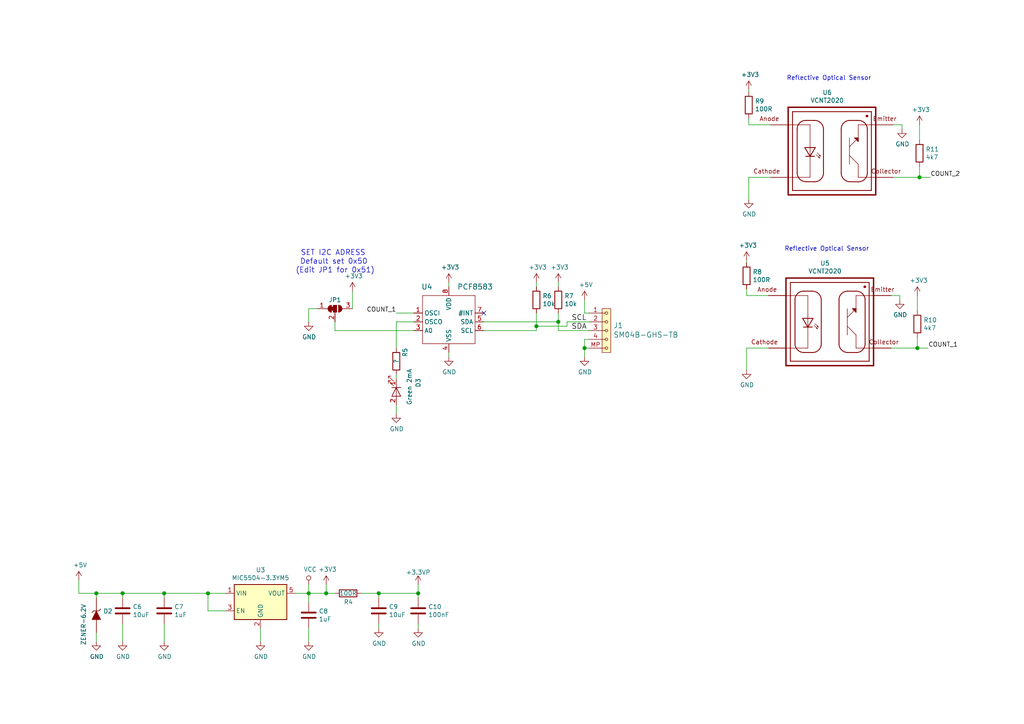
<source format=kicad_sch>
(kicad_sch (version 20210406) (generator eeschema)
  (paper "A4")
  (lib_symbols
    (symbol "DATALOGGER01A-rescue:LED-device" (pin_names (offset 1.016) hide)
      (property "Reference" "D" (at 0 2.54 0))
      (property "Value" "LED-device" (at 0 -2.54 0))
      (symbol "LED-device_0_1"
        (polyline (pts (xy -1.27 -1.27) (xy -1.27 1.27)) (stroke (width 0.2032)))
        (polyline (pts (xy -1.27 0) (xy 1.27 0)))
        (polyline (pts (xy 1.27 -1.27) (xy 1.27 1.27) (xy -1.27 0) (xy 1.27 -1.27)) (stroke (width 0.2032)))
        (polyline (pts (xy -3.048 -0.762) (xy -4.572 -2.286) (xy -3.81 -2.286) (xy -4.572 -2.286) (xy -4.572 -1.524)))
        (polyline (pts (xy -1.778 -0.762) (xy -3.302 -2.286) (xy -2.54 -2.286) (xy -3.302 -2.286) (xy -3.302 -1.524)))
      )
      (symbol "LED-device_1_1"
        (pin passive line (at -3.81 0 0) (length 2.54) (name "K") (number "1"))
        (pin passive line (at 3.81 0 180) (length 2.54) (name "A") (number "2"))
      )
    )
    (symbol "DATALOGGER01A-rescue:R-device" (pin_numbers hide) (pin_names (offset 0))
      (property "Reference" "R" (at 2.032 0 90))
      (property "Value" "R-device" (at 0 0 90))
      (symbol "R-device_0_1"
        (rectangle (start -1.016 -2.54) (end 1.016 2.54) (stroke (width 0.254)))
      )
      (symbol "R-device_1_1"
        (pin passive line (at 0 3.81 270) (length 1.27) (name "~") (number "1"))
        (pin passive line (at 0 -3.81 90) (length 1.27) (name "~") (number "2"))
      )
    )
    (symbol "Device:C" (pin_numbers hide) (pin_names (offset 0.254))
      (property "Reference" "C" (at 0.635 2.54 0))
      (property "Value" "C" (at 0.635 -2.54 0))
      (symbol "C_0_1"
        (polyline (pts (xy -2.032 -0.762) (xy 2.032 -0.762)) (stroke (width 0.508)))
        (polyline (pts (xy -2.032 0.762) (xy 2.032 0.762)) (stroke (width 0.508)))
      )
      (symbol "C_1_1"
        (pin passive line (at 0 3.81 270) (length 2.794) (name "~") (number "1"))
        (pin passive line (at 0 -3.81 90) (length 2.794) (name "~") (number "2"))
      )
    )
    (symbol "Device:R" (pin_numbers hide) (pin_names (offset 0))
      (property "Reference" "R" (at 2.032 0 90))
      (property "Value" "R" (at 0 0 90))
      (symbol "R_0_1"
        (rectangle (start -1.016 -2.54) (end 1.016 2.54) (stroke (width 0.254)))
      )
      (symbol "R_1_1"
        (pin passive line (at 0 3.81 270) (length 1.27) (name "~") (number "1"))
        (pin passive line (at 0 -3.81 90) (length 1.27) (name "~") (number "2"))
      )
    )
    (symbol "Jumper:SolderJumper_3_Bridged12" (pin_names (offset 0) hide)
      (property "Reference" "JP" (at -2.54 -2.54 0))
      (property "Value" "SolderJumper_3_Bridged12" (at 0 2.794 0))
      (symbol "SolderJumper_3_Bridged12_0_1"
        (arc (start -1.016 1.016) (end -1.016 -1.016) (radius (at -1.016 0) (length 1.016) (angles 90.1 -90.1)))
        (arc (start 1.016 -1.016) (end 1.016 1.016) (radius (at 1.016 0) (length 1.016) (angles -89.9 89.9)))
        (arc (start -1.016 1.016) (end -1.016 -1.016) (radius (at -1.016 0) (length 1.016) (angles 90.1 -90.1)) (fill (type outline)))
        (arc (start 1.016 -1.016) (end 1.016 1.016) (radius (at 1.016 0) (length 1.016) (angles -89.9 89.9)) (fill (type outline)))
        (rectangle (start -1.016 0.508) (end -0.508 -0.508) (fill (type outline)))
        (rectangle (start -0.508 1.016) (end 0.508 -1.016) (fill (type outline)))
        (polyline (pts (xy -2.54 0) (xy -2.032 0)))
        (polyline (pts (xy -1.016 1.016) (xy -1.016 -1.016)))
        (polyline (pts (xy 0 -1.27) (xy 0 -1.016)))
        (polyline (pts (xy 1.016 1.016) (xy 1.016 -1.016)))
        (polyline (pts (xy 2.54 0) (xy 2.032 0)))
      )
      (symbol "SolderJumper_3_Bridged12_1_1"
        (pin passive line (at -5.08 0 0) (length 2.54) (name "A") (number "1"))
        (pin input line (at 0 -3.81 90) (length 2.54) (name "C") (number "2"))
        (pin passive line (at 5.08 0 180) (length 2.54) (name "B") (number "3"))
      )
    )
    (symbol "MLAB_CONNECTORS_JST:SM04B-GHS-TB" (pin_names (offset 1.016))
      (property "Reference" "J" (at 0 -7.62 0))
      (property "Value" "SM04B-GHS-TB" (at 0 7.62 0))
      (symbol "SM04B-GHS-TB_0_1"
        (circle (center 0 -5.08) (radius 0.381))
        (circle (center 0 -2.54) (radius 0.381))
        (circle (center 0 0) (radius 0.381))
        (circle (center 0 2.54) (radius 0.381))
        (circle (center 0 5.08) (radius 0.381))
        (rectangle (start -1.27 6.35) (end 1.27 -6.35) (fill (type background)))
        (polyline (pts (xy -1.27 -5.08) (xy -0.381 -5.08)))
        (polyline (pts (xy -1.27 -2.54) (xy -0.381 -2.54)))
        (polyline (pts (xy -1.27 0) (xy -0.381 0)))
        (polyline (pts (xy -1.27 2.54) (xy -0.381 2.54)))
        (polyline (pts (xy -1.27 5.08) (xy -0.381 5.08)))
      )
      (symbol "SM04B-GHS-TB_1_1"
        (pin input line (at -5.08 5.08 0) (length 3.81) (name "~") (number "1"))
        (pin input line (at -5.08 2.54 0) (length 3.81) (name "~") (number "2"))
        (pin input line (at -5.08 0 0) (length 3.81) (name "~") (number "3"))
        (pin input line (at -5.08 -2.54 0) (length 3.81) (name "~") (number "4"))
        (pin input line (at -5.08 -5.08 0) (length 3.81) (name "~") (number "MP"))
      )
    )
    (symbol "MLAB_D:D_ZENER" (pin_numbers hide) (pin_names (offset 1.016) hide)
      (property "Reference" "D" (at 0 2.54 0))
      (property "Value" "D_ZENER" (at 0 -2.54 0))
      (symbol "D_ZENER_0_1"
        (polyline (pts (xy -1.778 1.27) (xy -1.27 0.762) (xy -1.27 -0.762) (xy -0.762 -1.27) (xy -0.762 -1.27)) (stroke (width 0.2032)))
        (polyline (pts (xy -1.27 0) (xy 1.27 1.27) (xy 1.27 -1.27) (xy -1.27 0) (xy -1.27 0)) (fill (type outline)))
      )
      (symbol "D_ZENER_1_1"
        (pin passive line (at -5.08 0 0) (length 3.81) (name "K") (number "1"))
        (pin passive line (at 5.08 0 180) (length 3.81) (name "A") (number "2"))
      )
    )
    (symbol "MLAB_IO:PCF8583"
      (property "Reference" "U" (at -5.08 10.16 0))
      (property "Value" "PCF8583" (at 7.62 10.16 0))
      (symbol "PCF8583_0_1"
        (rectangle (start -7.62 8.89) (end 7.62 -5.08))
      )
      (symbol "PCF8583_1_1"
        (pin input line (at -10.16 3.81 0) (length 2.54) (name "OSCI") (number "1"))
        (pin output line (at -10.16 1.27 0) (length 2.54) (name "OSCO") (number "2"))
        (pin input line (at -10.16 -1.27 0) (length 2.54) (name "A0") (number "3"))
        (pin power_in line (at 0 -7.62 90) (length 2.54) (name "VSS") (number "4"))
        (pin bidirectional line (at 10.16 1.27 180) (length 2.54) (name "SDA") (number "5"))
        (pin input line (at 10.16 -1.27 180) (length 2.54) (name "SCL") (number "6"))
        (pin output line (at 10.16 3.81 180) (length 2.54) (name "#INT") (number "7"))
        (pin power_in line (at 0 11.43 270) (length 2.54) (name "VDD") (number "8"))
      )
    )
    (symbol "MLAB_IO:VCNT2020" (pin_numbers hide) (pin_names (offset 1.016) hide)
      (property "Reference" "U" (at -12.7 13.462 0))
      (property "Value" "VCNT2020" (at -12.7 -15.24 0))
      (symbol "VCNT2020_0_0"
        (arc (start -10.2616 6.35) (end -7.6454 8.89) (radius (at -7.6962 6.3246) (length 2.5654) (angles 179 89)) (stroke (width 0.254)))
        (arc (start -7.6454 -8.9154) (end -10.2616 -6.35) (radius (at -7.6708 -6.3246) (length 2.5908) (angles -90 180)) (stroke (width 0.254)))
        (arc (start -2.6924 -6.3754) (end -5.2324 -8.89) (radius (at -5.207 -6.3754) (length 2.5146) (angles 0 -90)) (stroke (width 0.254)))
        (arc (start -5.0292 8.89) (end -2.6924 6.3246) (radius (at -5.1562 6.4262) (length 2.4638) (angles 87 -3)) (stroke (width 0.254)))
        (arc (start 4.9022 -8.89) (end 2.4638 -6.3246) (radius (at 4.9784 -6.3754) (length 2.5146) (angles -92 178)) (stroke (width 0.254)))
        (arc (start 2.4638 6.3754) (end 5.08 8.89) (radius (at 5.0292 6.3246) (length 2.5654) (angles 179 89)) (stroke (width 0.254)))
        (arc (start 10.0838 -6.2738) (end 7.5438 -8.89) (radius (at 7.5184 -6.3246) (length 2.5654) (angles 1 -89)) (stroke (width 0.254)))
        (arc (start 7.62 8.89) (end 10.0838 6.4262) (radius (at 7.62 6.4262) (length 2.4638) (angles 90 0)) (stroke (width 0.254)))
        (circle (center -10.16 10.16) (radius 0.127) (stroke (width 0.254)))
        (circle (center -10.16 10.16) (radius 0.254) (stroke (width 0.254)))
        (text "Anode" (at 15.24 8.636 0) (effects (font (size 1.27 1.27)) (justify left bottom)))
        (text "Cathode" (at 14.986 -6.604 0) (effects (font (size 1.27 1.27)) (justify left bottom)))
        (text "Collector" (at -20.066 -6.604 0) (effects (font (size 1.27 1.27)) (justify left bottom)))
        (text "Emitter" (at -18.796 8.636 0) (effects (font (size 1.27 1.27)) (justify left bottom)))
        (polyline (pts (xy -12.7 -12.7) (xy -12.7 -7.62)) (stroke (width 0.4064)))
        (polyline (pts (xy -12.7 -7.62) (xy -12.7 7.62)) (stroke (width 0.4064)))
        (polyline (pts (xy -12.7 -7.62) (xy -11.43 -7.62)) (stroke (width 0.1524)))
        (polyline (pts (xy -12.7 7.62) (xy -12.7 12.7)) (stroke (width 0.4064)))
        (polyline (pts (xy -12.7 7.62) (xy -11.43 7.62)) (stroke (width 0.1524)))
        (polyline (pts (xy -12.7 12.7) (xy 12.7 12.7)) (stroke (width 0.4064)))
        (polyline (pts (xy -11.43 -11.43) (xy 11.43 -11.43)) (stroke (width 0.254)))
        (polyline (pts (xy -11.43 -7.62) (xy -11.43 -11.43)) (stroke (width 0.254)))
        (polyline (pts (xy -11.43 -7.62) (xy -7.62 -7.62)) (stroke (width 0.1524)))
        (polyline (pts (xy -11.43 7.62) (xy -11.43 -7.62)) (stroke (width 0.254)))
        (polyline (pts (xy -11.43 7.62) (xy -7.62 7.62)) (stroke (width 0.1524)))
        (polyline (pts (xy -11.43 11.43) (xy -11.43 7.62)) (stroke (width 0.254)))
        (polyline (pts (xy -10.2616 -6.35) (xy -10.2616 6.35)) (stroke (width 0.254)))
        (polyline (pts (xy -7.6454 8.89) (xy -5.0292 8.89)) (stroke (width 0.254)))
        (polyline (pts (xy -7.62 -7.62) (xy -7.62 -3.81)) (stroke (width 0.1524)))
        (polyline (pts (xy -7.62 2.794) (xy -7.62 3.048)) (stroke (width 0.254)))
        (polyline (pts (xy -7.62 3.048) (xy -7.366 3.302)) (stroke (width 0.254)))
        (polyline (pts (xy -7.62 3.81) (xy -7.62 3.048)) (stroke (width 0.254)))
        (polyline (pts (xy -7.62 3.81) (xy -5.08 1.27)) (stroke (width 0.1524)))
        (polyline (pts (xy -7.62 7.62) (xy -7.62 3.81)) (stroke (width 0.1524)))
        (polyline (pts (xy -7.366 3.302) (xy -7.366 3.556)) (stroke (width 0.254)))
        (polyline (pts (xy -7.366 3.302) (xy -7.112 3.556)) (stroke (width 0.254)))
        (polyline (pts (xy -7.366 3.556) (xy -7.112 3.556)) (stroke (width 0.254)))
        (polyline (pts (xy -7.366 3.81) (xy -7.366 3.556)) (stroke (width 0.1524)))
        (polyline (pts (xy -7.112 3.556) (xy -6.858 3.81)) (stroke (width 0.254)))
        (polyline (pts (xy -7.112 3.81) (xy -7.62 3.81)) (stroke (width 0.254)))
        (polyline (pts (xy -7.112 3.81) (xy -7.366 3.81)) (stroke (width 0.1524)))
        (polyline (pts (xy -6.858 3.81) (xy -7.112 3.81)) (stroke (width 0.254)))
        (polyline (pts (xy -6.858 3.81) (xy -6.604 3.81)) (stroke (width 0.254)))
        (polyline (pts (xy -6.604 3.81) (xy -7.62 2.794)) (stroke (width 0.254)))
        (polyline (pts (xy -5.2324 -8.89) (xy -7.6454 -8.9154)) (stroke (width 0.254)))
        (polyline (pts (xy -5.08 -3.81) (xy -5.08 -1.27)) (stroke (width 0.1524)))
        (polyline (pts (xy -5.08 -1.27) (xy -7.62 -3.81)) (stroke (width 0.1524)))
        (polyline (pts (xy -5.08 1.27) (xy -5.08 -1.27)) (stroke (width 0.1524)))
        (polyline (pts (xy -5.08 1.27) (xy -5.08 3.81)) (stroke (width 0.1524)))
        (polyline (pts (xy -2.6924 6.3246) (xy -2.6924 -6.3754)) (stroke (width 0.254)))
        (polyline (pts (xy 2.4638 -6.3246) (xy 2.4638 6.3754)) (stroke (width 0.254)))
        (polyline (pts (xy 3.302 -1.524) (xy 3.4544 -1.1684)) (stroke (width 0.127)))
        (polyline (pts (xy 3.4544 -1.1684) (xy 3.683 -1.3716)) (stroke (width 0.127)))
        (polyline (pts (xy 3.556 -2.032) (xy 3.7084 -1.6764)) (stroke (width 0.127)))
        (polyline (pts (xy 3.683 -1.3716) (xy 3.302 -1.524)) (stroke (width 0.127)))
        (polyline (pts (xy 3.7084 -1.6764) (xy 3.937 -1.8796)) (stroke (width 0.127)))
        (polyline (pts (xy 3.937 -1.8796) (xy 3.556 -2.032)) (stroke (width 0.127)))
        (polyline (pts (xy 4.318 -0.508) (xy 3.302 -1.524)) (stroke (width 0.127)))
        (polyline (pts (xy 4.572 -1.016) (xy 3.556 -2.032)) (stroke (width 0.127)))
        (polyline (pts (xy 4.826 1.016) (xy 6.35 -1.524)) (stroke (width 0.254)))
        (polyline (pts (xy 5.08 8.89) (xy 7.62 8.89)) (stroke (width 0.254)))
        (polyline (pts (xy 6.35 -7.62) (xy 11.43 -7.62)) (stroke (width 0.1524)))
        (polyline (pts (xy 6.35 -1.524) (xy 5.08 -1.524)) (stroke (width 0.254)))
        (polyline (pts (xy 6.35 -1.524) (xy 7.62 -1.524)) (stroke (width 0.254)))
        (polyline (pts (xy 6.35 -1.524) (xy 7.874 1.016)) (stroke (width 0.254)))
        (polyline (pts (xy 6.35 7.62) (xy 6.35 -7.62)) (stroke (width 0.1524)))
        (polyline (pts (xy 7.5438 -8.89) (xy 4.9022 -8.89)) (stroke (width 0.254)))
        (polyline (pts (xy 7.874 1.016) (xy 4.826 1.016)) (stroke (width 0.254)))
        (polyline (pts (xy 10.0838 6.4262) (xy 10.0838 -6.2738)) (stroke (width 0.254)))
        (polyline (pts (xy 11.43 -11.43) (xy 11.43 -7.62)) (stroke (width 0.254)))
        (polyline (pts (xy 11.43 -7.62) (xy 11.43 7.62)) (stroke (width 0.254)))
        (polyline (pts (xy 11.43 -7.62) (xy 12.7 -7.62)) (stroke (width 0.1524)))
        (polyline (pts (xy 11.43 7.62) (xy 6.35 7.62)) (stroke (width 0.1524)))
        (polyline (pts (xy 11.43 7.62) (xy 11.43 11.43)) (stroke (width 0.254)))
        (polyline (pts (xy 11.43 7.62) (xy 12.7 7.62)) (stroke (width 0.1524)))
        (polyline (pts (xy 11.43 11.43) (xy -11.43 11.43)) (stroke (width 0.254)))
        (polyline (pts (xy 12.7 -12.7) (xy -12.7 -12.7)) (stroke (width 0.4064)))
        (polyline (pts (xy 12.7 -7.62) (xy 12.7 -12.7)) (stroke (width 0.4064)))
        (polyline (pts (xy 12.7 7.62) (xy 12.7 -7.62)) (stroke (width 0.4064)))
        (polyline (pts (xy 12.7 12.7) (xy 12.7 7.62)) (stroke (width 0.4064)))
        (pin passive line (at -17.78 7.62 0) (length 5.08) (name "~") (number "1"))
        (pin passive line (at -17.78 -7.62 0) (length 5.08) (name "~") (number "2"))
        (pin passive line (at 17.78 7.62 180) (length 5.08) (name "~") (number "3"))
        (pin passive line (at 17.78 -7.62 180) (length 5.08) (name "~") (number "4"))
      )
    )
    (symbol "Regulator_Linear:MIC5504-3.3YM5"
      (property "Reference" "U" (at -7.62 8.89 0))
      (property "Value" "MIC5504-3.3YM5" (at -7.62 6.35 0))
      (symbol "MIC5504-3.3YM5_0_1"
        (rectangle (start -7.62 -5.08) (end 7.62 5.08) (stroke (width 0.254)) (fill (type background)))
      )
      (symbol "MIC5504-3.3YM5_1_1"
        (pin power_in line (at -10.16 2.54 0) (length 2.54) (name "VIN") (number "1"))
        (pin power_in line (at 0 -7.62 90) (length 2.54) (name "GND") (number "2"))
        (pin input line (at -10.16 -2.54 0) (length 2.54) (name "EN") (number "3"))
        (pin no_connect line (at 7.62 -2.54 180) (length 2.54) hide (name "NC") (number "4"))
        (pin power_out line (at 10.16 2.54 180) (length 2.54) (name "VOUT") (number "5"))
      )
    )
    (symbol "SPACEDOS01A_PCB01A-rescue:C-device-DATALOGGER01A-rescue-CCP2019V01A-rescue" (pin_numbers hide) (pin_names (offset 0.254))
      (property "Reference" "C" (at 0.635 2.54 0))
      (property "Value" "C-device-DATALOGGER01A-rescue-CCP2019V01A-rescue" (at 0.635 -2.54 0))
      (symbol "C-device-DATALOGGER01A-rescue-CCP2019V01A-rescue_0_1"
        (polyline (pts (xy -2.032 -0.762) (xy 2.032 -0.762)) (stroke (width 0.508)))
        (polyline (pts (xy -2.032 0.762) (xy 2.032 0.762)) (stroke (width 0.508)))
      )
      (symbol "C-device-DATALOGGER01A-rescue-CCP2019V01A-rescue_1_1"
        (pin passive line (at 0 3.81 270) (length 2.794) (name "~") (number "1"))
        (pin passive line (at 0 -3.81 90) (length 2.794) (name "~") (number "2"))
      )
    )
    (symbol "power:+3.3VP" (power) (pin_names (offset 0))
      (property "Value" "+3.3VP" (at 0 2.54 0))
      (symbol "+3.3VP_0_0"
        (pin power_in line (at 0 0 90) (length 0) hide (name "+3.3VP") (number "1"))
      )
      (symbol "+3.3VP_0_1"
        (polyline (pts (xy -0.762 1.27) (xy 0 2.54)))
        (polyline (pts (xy 0 0) (xy 0 2.54)))
        (polyline (pts (xy 0 2.54) (xy 0.762 1.27)))
      )
    )
    (symbol "power:+3V3" (power) (pin_names (offset 0))
      (property "Value" "+3V3" (at 0 3.556 0))
      (symbol "+3V3_0_1"
        (polyline (pts (xy -0.762 1.27) (xy 0 2.54)))
        (polyline (pts (xy 0 0) (xy 0 2.54)))
        (polyline (pts (xy 0 2.54) (xy 0.762 1.27)))
      )
      (symbol "+3V3_1_1"
        (pin power_in line (at 0 0 90) (length 0) hide (name "+3V3") (number "1"))
      )
    )
    (symbol "power:+5V" (power) (pin_names (offset 0))
      (property "Value" "+5V" (at 0 3.556 0))
      (symbol "+5V_0_1"
        (polyline (pts (xy -0.762 1.27) (xy 0 2.54)))
        (polyline (pts (xy 0 0) (xy 0 2.54)))
        (polyline (pts (xy 0 2.54) (xy 0.762 1.27)))
      )
      (symbol "+5V_1_1"
        (pin power_in line (at 0 0 90) (length 0) hide (name "+5V") (number "1"))
      )
    )
    (symbol "power:GND" (power) (pin_names (offset 0))
      (property "Value" "GND" (at 0 -3.81 0))
      (symbol "GND_0_1"
        (polyline (pts (xy 0 0) (xy 0 -1.27) (xy 1.27 -1.27) (xy 0 -2.54) (xy -1.27 -1.27) (xy 0 -1.27)))
      )
      (symbol "GND_1_1"
        (pin power_in line (at 0 0 270) (length 0) hide (name "GND") (number "1"))
      )
    )
    (symbol "power:VCC" (power) (pin_names (offset 0))
      (property "Value" "VCC" (at 0 3.81 0))
      (symbol "VCC_0_1"
        (circle (center 0 1.905) (radius 0.635))
        (polyline (pts (xy 0 0) (xy 0 1.27)))
      )
      (symbol "VCC_1_1"
        (pin power_in line (at 0 0 90) (length 0) hide (name "VCC") (number "1"))
      )
    )
  )
  (junction (at 27.94 172.085) (diameter 1.016))
  (junction (at 35.56 172.085) (diameter 1.016))
  (junction (at 47.625 172.085) (diameter 1.016))
  (junction (at 60.325 172.085) (diameter 1.016))
  (junction (at 89.535 172.085) (diameter 1.016))
  (junction (at 94.615 172.085) (diameter 1.016))
  (junction (at 109.855 172.085) (diameter 1.016))
  (junction (at 121.285 172.085) (diameter 1.016))
  (junction (at 155.575 94.615) (diameter 1.016))
  (junction (at 161.925 93.345) (diameter 1.016))
  (junction (at 169.545 100.965) (diameter 1.016))
  (junction (at 266.065 100.965) (diameter 1.016))
  (junction (at 266.7 51.435) (diameter 1.016))
  (no_connect (at 140.335 90.805))
  (wire (pts (xy 22.86 168.275) (xy 22.86 172.085)))
  (wire (pts (xy 22.86 172.085) (xy 27.94 172.085)))
  (wire (pts (xy 27.94 172.085) (xy 35.56 172.085)))
  (wire (pts (xy 27.94 173.355) (xy 27.94 172.085)))
  (wire (pts (xy 27.94 183.515) (xy 27.94 186.055)))
  (wire (pts (xy 35.56 172.085) (xy 47.625 172.085)))
  (wire (pts (xy 35.56 173.355) (xy 35.56 172.085)))
  (wire (pts (xy 35.56 180.975) (xy 35.56 186.055)))
  (wire (pts (xy 47.625 172.085) (xy 47.625 173.355)))
  (wire (pts (xy 47.625 172.085) (xy 60.325 172.085)))
  (wire (pts (xy 47.625 180.975) (xy 47.625 186.055)))
  (wire (pts (xy 60.325 177.165) (xy 60.325 172.085)))
  (wire (pts (xy 65.405 172.085) (xy 60.325 172.085)))
  (wire (pts (xy 65.405 177.165) (xy 60.325 177.165)))
  (wire (pts (xy 75.565 182.245) (xy 75.565 186.055)))
  (wire (pts (xy 85.725 172.085) (xy 89.535 172.085)))
  (wire (pts (xy 89.535 89.535) (xy 89.535 93.345)))
  (wire (pts (xy 89.535 169.545) (xy 89.535 172.085)))
  (wire (pts (xy 89.535 172.085) (xy 89.535 174.625)))
  (wire (pts (xy 89.535 172.085) (xy 94.615 172.085)))
  (wire (pts (xy 89.535 182.245) (xy 89.535 186.055)))
  (wire (pts (xy 92.075 89.535) (xy 89.535 89.535)))
  (wire (pts (xy 94.615 172.085) (xy 94.615 169.545)))
  (wire (pts (xy 94.615 172.085) (xy 97.155 172.085)))
  (wire (pts (xy 97.155 95.885) (xy 97.155 93.345)))
  (wire (pts (xy 97.155 95.885) (xy 120.015 95.885)))
  (wire (pts (xy 102.235 84.455) (xy 102.235 89.535)))
  (wire (pts (xy 104.775 172.085) (xy 109.855 172.085)))
  (wire (pts (xy 109.855 172.085) (xy 121.285 172.085)))
  (wire (pts (xy 109.855 173.355) (xy 109.855 172.085)))
  (wire (pts (xy 109.855 182.245) (xy 109.855 180.975)))
  (wire (pts (xy 114.935 90.805) (xy 120.015 90.805)))
  (wire (pts (xy 114.935 93.345) (xy 114.935 100.965)))
  (wire (pts (xy 114.935 109.855) (xy 114.935 108.585)))
  (wire (pts (xy 114.935 120.015) (xy 114.935 117.475)))
  (wire (pts (xy 120.015 93.345) (xy 114.935 93.345)))
  (wire (pts (xy 121.285 169.545) (xy 121.285 172.085)))
  (wire (pts (xy 121.285 173.355) (xy 121.285 172.085)))
  (wire (pts (xy 121.285 182.245) (xy 121.285 180.975)))
  (wire (pts (xy 130.175 81.915) (xy 130.175 83.185)))
  (wire (pts (xy 130.175 103.505) (xy 130.175 102.235)))
  (wire (pts (xy 140.335 93.345) (xy 161.925 93.345)))
  (wire (pts (xy 155.575 81.915) (xy 155.575 83.185)))
  (wire (pts (xy 155.575 90.805) (xy 155.575 94.615)))
  (wire (pts (xy 155.575 94.615) (xy 155.575 95.885)))
  (wire (pts (xy 155.575 94.615) (xy 164.465 94.615)))
  (wire (pts (xy 155.575 95.885) (xy 140.335 95.885)))
  (wire (pts (xy 161.925 81.915) (xy 161.925 83.185)))
  (wire (pts (xy 161.925 90.805) (xy 161.925 93.345)))
  (wire (pts (xy 161.925 93.345) (xy 161.925 95.885)))
  (wire (pts (xy 161.925 95.885) (xy 170.815 95.885)))
  (wire (pts (xy 164.465 93.345) (xy 170.815 93.345)))
  (wire (pts (xy 164.465 94.615) (xy 164.465 93.345)))
  (wire (pts (xy 169.545 86.995) (xy 169.545 90.805)))
  (wire (pts (xy 169.545 90.805) (xy 170.815 90.805)))
  (wire (pts (xy 169.545 98.425) (xy 169.545 100.965)))
  (wire (pts (xy 169.545 100.965) (xy 169.545 103.505)))
  (wire (pts (xy 170.815 98.425) (xy 169.545 98.425)))
  (wire (pts (xy 170.815 100.965) (xy 169.545 100.965)))
  (wire (pts (xy 216.535 75.565) (xy 216.535 76.2)))
  (wire (pts (xy 216.535 83.82) (xy 216.535 85.725)))
  (wire (pts (xy 216.535 85.725) (xy 222.885 85.725)))
  (wire (pts (xy 216.535 100.965) (xy 216.535 107.315)))
  (wire (pts (xy 217.17 26.035) (xy 217.17 26.67)))
  (wire (pts (xy 217.17 34.29) (xy 217.17 36.195)))
  (wire (pts (xy 217.17 36.195) (xy 223.52 36.195)))
  (wire (pts (xy 217.17 51.435) (xy 217.17 57.785)))
  (wire (pts (xy 222.885 100.965) (xy 216.535 100.965)))
  (wire (pts (xy 223.52 51.435) (xy 217.17 51.435)))
  (wire (pts (xy 258.445 85.725) (xy 260.985 85.725)))
  (wire (pts (xy 258.445 100.965) (xy 266.065 100.965)))
  (wire (pts (xy 259.08 36.195) (xy 261.62 36.195)))
  (wire (pts (xy 259.08 51.435) (xy 266.7 51.435)))
  (wire (pts (xy 260.985 85.725) (xy 260.985 86.995)))
  (wire (pts (xy 261.62 36.195) (xy 261.62 37.465)))
  (wire (pts (xy 266.065 85.725) (xy 266.065 90.17)))
  (wire (pts (xy 266.065 97.79) (xy 266.065 100.965)))
  (wire (pts (xy 266.065 100.965) (xy 269.24 100.965)))
  (wire (pts (xy 266.7 36.195) (xy 266.7 40.64)))
  (wire (pts (xy 266.7 48.26) (xy 266.7 51.435)))
  (wire (pts (xy 266.7 51.435) (xy 269.875 51.435)))
  (text "(Edit JP1 for 0x51)" (at 85.725 79.375 0) (effects (font (size 1.524 1.524)) (justify left bottom)))
  (text "Default set 0x50" (at 86.995 76.835 0) (effects (font (size 1.524 1.524)) (justify left bottom)))
  (text "SET I2C ADRESS" (at 106.045 74.295 180) (effects (font (size 1.524 1.524)) (justify right bottom)))
  (text "Reflective Optical Sensor" (at 252.095 73.025 180) (effects (font (size 1.27 1.27)) (justify right bottom)))
  (text "Reflective Optical Sensor" (at 252.73 23.495 180) (effects (font (size 1.27 1.27)) (justify right bottom)))
  (label "COUNT_1" (at 114.935 90.805 180))
  (label "SCL" (at 165.735 93.345 0) (effects (font (size 1.524 1.524))))
  (label "SDA" (at 165.735 95.885 0) (effects (font (size 1.524 1.524))))
  (label "COUNT_1" (at 269.24 100.965 0))
  (label "COUNT_2" (at 269.875 51.435 0))
  (symbol (lib_id "power:VCC") (at 89.535 169.545 0) (unit 1)
    (property "Reference" "#PWR017" (effects hide))
    (property "Value" "VCC" (at 89.9668 165.1508 0))
  )
  (symbol (lib_id "power:+5V") (at 22.86 168.275 0) (unit 1)
    (property "Reference" "#PWR011" (effects hide))
    (property "Value" "+5V" (at 23.241 163.8808 0))
  )
  (symbol (lib_id "power:+3V3") (at 94.615 169.545 0) (unit 1)
    (property "Reference" "#PWR019" (effects hide))
    (property "Value" "+3V3" (at 94.996 165.1508 0))
  )
  (symbol (lib_id "power:+3V3") (at 102.235 84.455 0) (unit 1)
    (property "Reference" "#PWR020" (effects hide))
    (property "Value" "+3V3" (at 102.616 80.0608 0))
  )
  (symbol (lib_id "power:+3.3VP") (at 121.285 169.545 0) (unit 1)
    (property "Reference" "#PWR023" (effects hide))
    (property "Value" "+3.3VP" (at 121.285 165.9976 0))
  )
  (symbol (lib_id "power:+3V3") (at 130.175 81.915 0) (unit 1)
    (property "Reference" "#PWR025" (effects hide))
    (property "Value" "+3V3" (at 130.556 77.5208 0))
  )
  (symbol (lib_id "power:+3V3") (at 155.575 81.915 0) (unit 1)
    (property "Reference" "#PWR027" (effects hide))
    (property "Value" "+3V3" (at 155.956 77.5208 0))
  )
  (symbol (lib_id "power:+3V3") (at 161.925 81.915 0) (unit 1)
    (property "Reference" "#PWR028" (effects hide))
    (property "Value" "+3V3" (at 162.306 77.5208 0))
  )
  (symbol (lib_id "power:+5V") (at 169.545 86.995 0) (unit 1)
    (property "Reference" "#PWR029" (effects hide))
    (property "Value" "+5V" (at 169.926 82.6008 0))
  )
  (symbol (lib_id "power:+3V3") (at 216.535 75.565 0) (unit 1)
    (property "Reference" "#PWR031" (effects hide))
    (property "Value" "+3V3" (at 216.916 71.1708 0))
  )
  (symbol (lib_id "power:+3V3") (at 217.17 26.035 0) (unit 1)
    (property "Reference" "#PWR033" (effects hide))
    (property "Value" "+3V3" (at 217.551 21.6408 0))
  )
  (symbol (lib_id "power:+3V3") (at 266.065 85.725 0) (unit 1)
    (property "Reference" "#PWR039" (effects hide))
    (property "Value" "+3V3" (at 266.446 81.3308 0))
  )
  (symbol (lib_id "power:+3V3") (at 266.7 36.195 0) (unit 1)
    (property "Reference" "#PWR040" (effects hide))
    (property "Value" "+3V3" (at 267.081 31.8008 0))
  )
  (symbol (lib_id "power:GND") (at 27.94 186.055 0) (unit 1)
    (property "Reference" "#PWR012" (effects hide))
    (property "Value" "GND" (at 28.067 190.4492 0))
  )
  (symbol (lib_id "power:GND") (at 35.56 186.055 0) (unit 1)
    (property "Reference" "#PWR013" (effects hide))
    (property "Value" "GND" (at 35.687 190.4492 0))
  )
  (symbol (lib_id "power:GND") (at 47.625 186.055 0) (unit 1)
    (property "Reference" "#PWR014" (effects hide))
    (property "Value" "GND" (at 47.752 190.4492 0))
  )
  (symbol (lib_id "power:GND") (at 75.565 186.055 0) (unit 1)
    (property "Reference" "#PWR015" (effects hide))
    (property "Value" "GND" (at 75.692 190.4492 0))
  )
  (symbol (lib_id "power:GND") (at 89.535 93.345 0) (unit 1)
    (property "Reference" "#PWR016" (effects hide))
    (property "Value" "GND" (at 89.662 97.7392 0))
  )
  (symbol (lib_id "power:GND") (at 89.535 186.055 0) (unit 1)
    (property "Reference" "#PWR018" (effects hide))
    (property "Value" "GND" (at 89.662 190.4492 0))
  )
  (symbol (lib_id "power:GND") (at 109.855 182.245 0) (unit 1)
    (property "Reference" "#PWR021" (effects hide))
    (property "Value" "GND" (at 109.982 186.6392 0))
  )
  (symbol (lib_id "power:GND") (at 114.935 120.015 0) (unit 1)
    (property "Reference" "#PWR022" (effects hide))
    (property "Value" "GND" (at 115.062 124.4092 0))
  )
  (symbol (lib_id "power:GND") (at 121.285 182.245 0) (unit 1)
    (property "Reference" "#PWR024" (effects hide))
    (property "Value" "GND" (at 121.412 186.6392 0))
  )
  (symbol (lib_id "power:GND") (at 130.175 103.505 0) (unit 1)
    (property "Reference" "#PWR026" (effects hide))
    (property "Value" "GND" (at 130.302 107.8992 0))
  )
  (symbol (lib_id "power:GND") (at 169.545 103.505 0) (unit 1)
    (property "Reference" "#PWR030" (effects hide))
    (property "Value" "GND" (at 169.672 107.8992 0))
  )
  (symbol (lib_id "power:GND") (at 216.535 107.315 0) (unit 1)
    (property "Reference" "#PWR032" (effects hide))
    (property "Value" "GND" (at 216.6493 111.6394 0))
  )
  (symbol (lib_id "power:GND") (at 217.17 57.785 0) (unit 1)
    (property "Reference" "#PWR034" (effects hide))
    (property "Value" "GND" (at 217.2843 62.1094 0))
  )
  (symbol (lib_id "power:GND") (at 260.985 86.995 0) (unit 1)
    (property "Reference" "#PWR037" (effects hide))
    (property "Value" "GND" (at 261.0993 91.3194 0))
  )
  (symbol (lib_id "power:GND") (at 261.62 37.465 0) (unit 1)
    (property "Reference" "#PWR038" (effects hide))
    (property "Value" "GND" (at 261.7343 41.7894 0))
  )
  (symbol (lib_id "Device:R") (at 100.965 172.085 270) (unit 1)
    (property "Reference" "R4" (at 99.695 174.625 90) (effects (justify left)))
    (property "Value" "100R" (at 100.965 172.085 90))
    (property "Footprint" "Resistor_SMD:R_0603_1608Metric" (effects hide))
  )
  (symbol (lib_id "DATALOGGER01A-rescue:R-device") (at 114.935 104.775 180) (unit 1)
    (property "Reference" "R5" (at 117.475 102.235 90))
    (property "Value" "?" (at 114.935 104.775 90))
    (property "Footprint" "Resistor_SMD:R_0603_1608Metric" (effects hide))
  )
  (symbol (lib_id "Device:R") (at 155.575 86.995 0) (unit 1)
    (property "Reference" "R6" (at 157.353 85.827 0) (effects (justify left)))
    (property "Value" "10k" (at 157.353 88.138 0) (effects (justify left)))
    (property "Footprint" "Resistor_SMD:R_0603_1608Metric" (effects hide))
  )
  (symbol (lib_id "Device:R") (at 161.925 86.995 0) (unit 1)
    (property "Reference" "R7" (at 163.703 85.8266 0) (effects (justify left)))
    (property "Value" "10k" (at 163.703 88.138 0) (effects (justify left)))
    (property "Footprint" "Resistor_SMD:R_0603_1608Metric" (effects hide))
  )
  (symbol (lib_id "Device:R") (at 216.535 80.01 0) (unit 1)
    (property "Reference" "R8" (at 218.3131 78.8606 0) (effects (justify left)))
    (property "Value" "100R" (at 218.313 81.159 0) (effects (justify left)))
    (property "Footprint" "Resistor_SMD:R_0603_1608Metric" (effects hide))
  )
  (symbol (lib_id "Device:R") (at 217.17 30.48 0) (unit 1)
    (property "Reference" "R9" (at 218.9481 29.3306 0) (effects (justify left)))
    (property "Value" "100R" (at 218.948 31.629 0) (effects (justify left)))
    (property "Footprint" "Resistor_SMD:R_0603_1608Metric" (effects hide))
  )
  (symbol (lib_id "Device:R") (at 266.065 93.98 0) (unit 1)
    (property "Reference" "R10" (at 267.8431 92.8306 0) (effects (justify left)))
    (property "Value" "4k7" (at 267.843 95.129 0) (effects (justify left)))
    (property "Footprint" "Resistor_SMD:R_0603_1608Metric" (effects hide))
  )
  (symbol (lib_id "Device:R") (at 266.7 44.45 0) (unit 1)
    (property "Reference" "R11" (at 268.4781 43.3006 0) (effects (justify left)))
    (property "Value" "4k7" (at 268.478 45.599 0) (effects (justify left)))
    (property "Footprint" "Resistor_SMD:R_0603_1608Metric" (effects hide))
  )
  (symbol (lib_id "MLAB_D:D_ZENER") (at 27.94 178.435 270) (unit 1)
    (property "Reference" "D2" (at 29.9466 177.2666 90) (effects (justify left)))
    (property "Value" "ZENER-6.2V" (at 24.232 175.133 0) (effects (justify left)))
    (property "Footprint" "Mlab_D:Diode-MiniMELF_Standard" (effects hide))
    (property "UST_ID" "604b0326128750769e5b0f93" (effects hide))
  )
  (symbol (lib_id "DATALOGGER01A-rescue:LED-device") (at 114.935 113.665 270) (unit 1)
    (property "Reference" "D3" (at 121.285 112.395 0) (effects (justify right)))
    (property "Value" "Green 2mA" (at 118.745 117.475 0) (effects (justify right)))
    (property "Footprint" "LED_SMD:LED_0603_1608Metric" (effects hide))
  )
  (symbol (lib_id "SPACEDOS01A_PCB01A-rescue:C-device-DATALOGGER01A-rescue-CCP2019V01A-rescue") (at 35.56 177.165 0) (unit 1)
    (property "Reference" "C6" (at 38.481 175.9966 0) (effects (justify left)))
    (property "Value" "10uF" (at 38.481 178.308 0) (effects (justify left)))
    (property "Footprint" "Capacitor_SMD:C_0805_2012Metric" (effects hide))
  )
  (symbol (lib_id "SPACEDOS01A_PCB01A-rescue:C-device-DATALOGGER01A-rescue-CCP2019V01A-rescue") (at 47.625 177.165 0) (unit 1)
    (property "Reference" "C7" (at 50.546 175.9966 0) (effects (justify left)))
    (property "Value" "1uF" (at 50.546 178.308 0) (effects (justify left)))
    (property "Footprint" "Capacitor_SMD:C_0603_1608Metric" (effects hide))
  )
  (symbol (lib_id "Device:C") (at 89.535 178.435 0) (unit 1)
    (property "Reference" "C8" (at 92.456 177.2666 0) (effects (justify left)))
    (property "Value" "1uF" (at 92.456 179.578 0) (effects (justify left)))
    (property "Footprint" "Capacitor_SMD:C_0603_1608Metric" (effects hide))
  )
  (symbol (lib_id "Device:C") (at 109.855 177.165 0) (unit 1)
    (property "Reference" "C9" (at 112.776 175.9966 0) (effects (justify left)))
    (property "Value" "10uF" (at 112.776 178.308 0) (effects (justify left)))
    (property "Footprint" "Capacitor_SMD:C_0805_2012Metric" (effects hide))
  )
  (symbol (lib_id "Device:C") (at 121.285 177.165 0) (unit 1)
    (property "Reference" "C10" (at 124.206 175.9966 0) (effects (justify left)))
    (property "Value" "100nF" (at 124.206 178.308 0) (effects (justify left)))
    (property "Footprint" "Capacitor_SMD:C_0603_1608Metric" (effects hide))
  )
  (symbol (lib_id "Jumper:SolderJumper_3_Bridged12") (at 97.155 89.535 0) (unit 1)
    (property "Reference" "JP1" (at 97.155 86.9758 0))
    (property "Value" "SolderJumper_3_Bridged12" (effects hide))
    (property "Footprint" "Jumper:SolderJumper-3_P1.3mm_Bridged12_RoundedPad1.0x1.5mm" (effects hide))
  )
  (symbol (lib_id "MLAB_CONNECTORS_JST:SM04B-GHS-TB") (at 175.895 95.885 0) (unit 1)
    (property "Reference" "J1" (at 177.8762 94.3864 0) (effects (font (size 1.524 1.524)) (justify left)))
    (property "Value" "SM04B-GHS-TB" (at 177.8762 97.1042 0) (effects (font (size 1.524 1.524)) (justify left)))
    (property "Footprint" "Connector_JST:JST_GH_SM04B-GHS-TB_1x04-1MP_P1.25mm_Horizontal" (effects hide))
    (property "UST_ID" "5c86273d1287500b4e0280be" (effects hide))
  )
  (symbol (lib_id "Regulator_Linear:MIC5504-3.3YM5") (at 75.565 174.625 0) (unit 1)
    (property "Reference" "U3" (at 75.565 165.3032 0))
    (property "Value" "MIC5504-3.3YM5" (at 75.565 167.6146 0))
    (property "Footprint" "Package_TO_SOT_SMD:SOT-23-5" (effects hide))
    (property "Datasheet" "http://ww1.microchip.com/downloads/en/DeviceDoc/MIC550X.pdf" (effects hide))
    (property "UST_ID" "5c7255e81287500b4e112ea2" (effects hide))
  )
  (symbol (lib_id "MLAB_IO:PCF8583") (at 130.175 94.615 0) (unit 1)
    (property "Reference" "U4" (at 123.825 83.185 0) (effects (font (size 1.524 1.524))))
    (property "Value" "PCF8583" (at 137.795 83.185 0) (effects (font (size 1.524 1.524))))
    (property "Footprint" "Mlab_IO:SOT176-1" (effects hide))
    (property "UST_ID" "5c70984712875079b91f8b59" (effects hide))
  )
  (symbol (lib_id "MLAB_IO:VCNT2020") (at 240.665 93.345 0) (mirror y) (unit 1)
    (property "Reference" "U5" (at 239.2854 76.3586 0))
    (property "Value" "VCNT2020" (at 239.2854 78.6573 0))
    (property "Footprint" "Mlab_IO:XDCR_VCNT2020" (effects hide))
    (property "Datasheet" "https://www.vishay.com/docs/84285/vcnt2020.pdf" (effects hide))
    (property "Field4" "Vishay" (effects hide))
    (property "Field5" "Manufacturer Recommendation" (effects hide))
    (property "UST_ID" "5f9d106a12875025b39777fa" (effects hide))
  )
  (symbol (lib_id "MLAB_IO:VCNT2020") (at 241.3 43.815 0) (mirror y) (unit 1)
    (property "Reference" "U6" (at 239.9204 26.8286 0))
    (property "Value" "VCNT2020" (at 239.9204 29.1273 0))
    (property "Footprint" "Mlab_IO:XDCR_VCNT2020" (effects hide))
    (property "Datasheet" "https://www.vishay.com/docs/84285/vcnt2020.pdf" (effects hide))
    (property "Field4" "Vishay" (effects hide))
    (property "Field5" "Manufacturer Recommendation" (effects hide))
    (property "UST_ID" "5f9d106a12875025b39777fa" (effects hide))
  )
)
</source>
